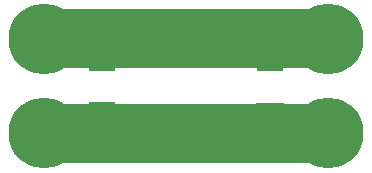
<source format=gtl>
%TF.GenerationSoftware,KiCad,Pcbnew,4.0.5-e0-6337~49~ubuntu16.04.1*%
%TF.CreationDate,2017-02-13T23:24:52-08:00*%
%TF.ProjectId,2x4-12mm-Square-SMT-Pushbutton,3278342D31326D6D2D5371756172652D,v1.0*%
%TF.FileFunction,Copper,L1,Top,Signal*%
%FSLAX46Y46*%
G04 Gerber Fmt 4.6, Leading zero omitted, Abs format (unit mm)*
G04 Created by KiCad (PCBNEW 4.0.5-e0-6337~49~ubuntu16.04.1) date Mon Feb 13 23:24:52 2017*
%MOMM*%
%LPD*%
G01*
G04 APERTURE LIST*
%ADD10C,0.350000*%
%ADD11C,5.000000*%
%ADD12C,6.000000*%
%ADD13R,2.300000X2.400000*%
%ADD14R,2.400000X2.300000*%
%ADD15C,0.350000*%
G04 APERTURE END LIST*
D10*
D11*
X44526200Y-51409600D02*
X20526200Y-51409600D01*
X44626200Y-43309600D02*
X20626200Y-43309600D01*
D12*
X20526200Y-43409600D03*
X44526200Y-43409600D03*
X44526200Y-51409600D03*
X20526200Y-51409600D03*
D13*
X39676200Y-44909600D03*
D14*
X39676200Y-49909600D03*
D13*
X25376200Y-44909600D03*
X25376200Y-49909600D03*
D15*
X20526200Y-43409600D03*
X28526200Y-43409600D03*
X36526200Y-43409600D03*
X44526200Y-43409600D03*
X44526200Y-51409600D03*
X36526200Y-51409600D03*
X28526200Y-51409600D03*
X20526200Y-51409600D03*
M02*

</source>
